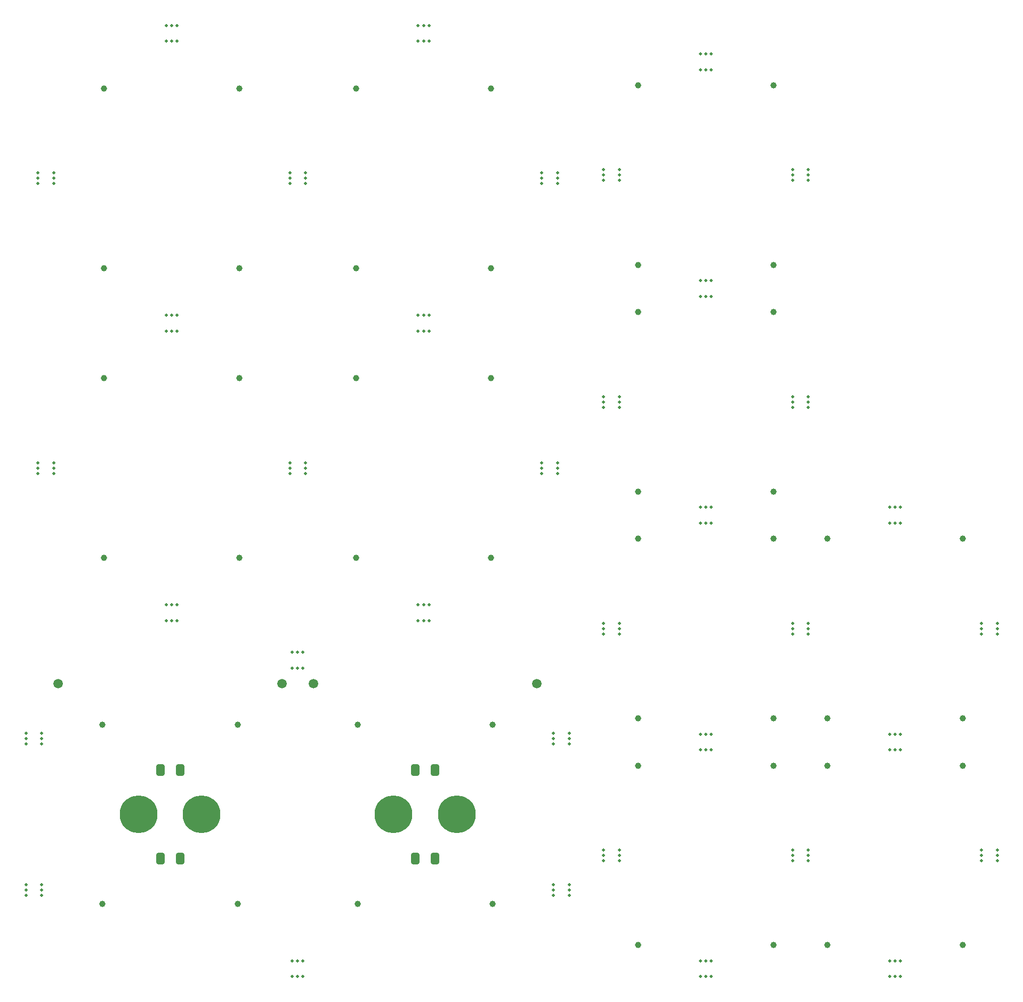
<source format=gbr>
%TF.GenerationSoftware,KiCad,Pcbnew,7.0.11+dfsg-1build4*%
%TF.CreationDate,2025-08-11T18:09:29+02:00*%
%TF.ProjectId,pendulum,70656e64-756c-4756-9d2e-6b696361645f,rev?*%
%TF.SameCoordinates,Original*%
%TF.FileFunction,Soldermask,Bot*%
%TF.FilePolarity,Negative*%
%FSLAX46Y46*%
G04 Gerber Fmt 4.6, Leading zero omitted, Abs format (unit mm)*
G04 Created by KiCad (PCBNEW 7.0.11+dfsg-1build4) date 2025-08-11 18:09:29*
%MOMM*%
%LPD*%
G01*
G04 APERTURE LIST*
G04 Aperture macros list*
%AMRoundRect*
0 Rectangle with rounded corners*
0 $1 Rounding radius*
0 $2 $3 $4 $5 $6 $7 $8 $9 X,Y pos of 4 corners*
0 Add a 4 corners polygon primitive as box body*
4,1,4,$2,$3,$4,$5,$6,$7,$8,$9,$2,$3,0*
0 Add four circle primitives for the rounded corners*
1,1,$1+$1,$2,$3*
1,1,$1+$1,$4,$5*
1,1,$1+$1,$6,$7*
1,1,$1+$1,$8,$9*
0 Add four rect primitives between the rounded corners*
20,1,$1+$1,$2,$3,$4,$5,0*
20,1,$1+$1,$4,$5,$6,$7,0*
20,1,$1+$1,$6,$7,$8,$9,0*
20,1,$1+$1,$8,$9,$2,$3,0*%
G04 Aperture macros list end*
%ADD10C,1.000000*%
%ADD11C,0.500000*%
%ADD12C,6.000000*%
%ADD13C,1.500000*%
%ADD14RoundRect,0.250000X0.412500X0.650000X-0.412500X0.650000X-0.412500X-0.650000X0.412500X-0.650000X0*%
%ADD15RoundRect,0.250000X-0.412500X-0.650000X0.412500X-0.650000X0.412500X0.650000X-0.412500X0.650000X0*%
G04 APERTURE END LIST*
D10*
%TO.C,M5*%
X175650000Y-112200000D03*
X175650000Y-140700000D03*
X197150000Y-112200000D03*
X197150000Y-140700000D03*
%TD*%
D11*
%TO.C,REF\u002A\u002A*%
X187250000Y-150700000D03*
X187250000Y-148200000D03*
X186400000Y-150700000D03*
X186400000Y-148200000D03*
X185550000Y-150700000D03*
X185550000Y-148200000D03*
%TD*%
D12*
%TO.C,D2*%
X191650000Y-181450000D03*
X181650000Y-181450000D03*
%TD*%
D11*
%TO.C,REF\u002A\u002A*%
X260400000Y-204700000D03*
X260400000Y-207200000D03*
X261250000Y-204700000D03*
X261250000Y-207200000D03*
X262100000Y-204700000D03*
X262100000Y-207200000D03*
%TD*%
%TO.C,REF\u002A\u002A*%
X123250000Y-194300000D03*
X125750000Y-194300000D03*
X123250000Y-193450000D03*
X125750000Y-193450000D03*
X123250000Y-192600000D03*
X125750000Y-192600000D03*
%TD*%
%TO.C,REF\u002A\u002A*%
X165150000Y-127300000D03*
X167650000Y-127300000D03*
X165150000Y-126450000D03*
X167650000Y-126450000D03*
X165150000Y-125600000D03*
X167650000Y-125600000D03*
%TD*%
D10*
%TO.C,M4*%
X220500000Y-137700000D03*
X220500000Y-166200000D03*
X242000000Y-137700000D03*
X242000000Y-166200000D03*
%TD*%
D11*
%TO.C,REF\u002A\u002A*%
X245000000Y-116800000D03*
X247500000Y-116800000D03*
X245000000Y-115950000D03*
X247500000Y-115950000D03*
X245000000Y-115100000D03*
X247500000Y-115100000D03*
%TD*%
%TO.C,REF\u002A\u002A*%
X165550000Y-204700000D03*
X165550000Y-207200000D03*
X166400000Y-204700000D03*
X166400000Y-207200000D03*
X167250000Y-204700000D03*
X167250000Y-207200000D03*
%TD*%
D12*
%TO.C,D1*%
X151150000Y-181450000D03*
X141150000Y-181450000D03*
%TD*%
D11*
%TO.C,REF\u002A\u002A*%
X260400000Y-132700000D03*
X260400000Y-135200000D03*
X261250000Y-132700000D03*
X261250000Y-135200000D03*
X262100000Y-132700000D03*
X262100000Y-135200000D03*
%TD*%
%TO.C,REF\u002A\u002A*%
X123250000Y-170300000D03*
X125750000Y-170300000D03*
X123250000Y-169450000D03*
X125750000Y-169450000D03*
X123250000Y-168600000D03*
X125750000Y-168600000D03*
%TD*%
%TO.C,REF\u002A\u002A*%
X230400000Y-96700000D03*
X230400000Y-99200000D03*
X231250000Y-96700000D03*
X231250000Y-99200000D03*
X232100000Y-96700000D03*
X232100000Y-99200000D03*
%TD*%
%TO.C,REF\u002A\u002A*%
X245000000Y-80800000D03*
X247500000Y-80800000D03*
X245000000Y-79950000D03*
X247500000Y-79950000D03*
X245000000Y-79100000D03*
X247500000Y-79100000D03*
%TD*%
%TO.C,REF\u002A\u002A*%
X275000000Y-152800000D03*
X277500000Y-152800000D03*
X275000000Y-151950000D03*
X277500000Y-151950000D03*
X275000000Y-151100000D03*
X277500000Y-151100000D03*
%TD*%
%TO.C,REF\u002A\u002A*%
X275000000Y-188800000D03*
X277500000Y-188800000D03*
X275000000Y-187950000D03*
X277500000Y-187950000D03*
X275000000Y-187100000D03*
X277500000Y-187100000D03*
%TD*%
%TO.C,REF\u002A\u002A*%
X230400000Y-168700000D03*
X230400000Y-171200000D03*
X231250000Y-168700000D03*
X231250000Y-171200000D03*
X232100000Y-168700000D03*
X232100000Y-171200000D03*
%TD*%
%TO.C,REF\u002A\u002A*%
X147250000Y-58700000D03*
X147250000Y-56200000D03*
X146400000Y-58700000D03*
X146400000Y-56200000D03*
X145550000Y-58700000D03*
X145550000Y-56200000D03*
%TD*%
%TO.C,REF\u002A\u002A*%
X209550000Y-192600000D03*
X207050000Y-192600000D03*
X209550000Y-193450000D03*
X207050000Y-193450000D03*
X209550000Y-194300000D03*
X207050000Y-194300000D03*
%TD*%
D10*
%TO.C,M10*%
X175650000Y-66200000D03*
X175650000Y-94700000D03*
X197150000Y-66200000D03*
X197150000Y-94700000D03*
%TD*%
%TO.C,M1*%
X135650000Y-112200000D03*
X135650000Y-140700000D03*
X157150000Y-112200000D03*
X157150000Y-140700000D03*
%TD*%
D11*
%TO.C,REF\u002A\u002A*%
X147250000Y-104700000D03*
X147250000Y-102200000D03*
X146400000Y-104700000D03*
X146400000Y-102200000D03*
X145550000Y-104700000D03*
X145550000Y-102200000D03*
%TD*%
%TO.C,REF\u002A\u002A*%
X215000000Y-80800000D03*
X217500000Y-80800000D03*
X215000000Y-79950000D03*
X217500000Y-79950000D03*
X215000000Y-79100000D03*
X217500000Y-79100000D03*
%TD*%
D10*
%TO.C,M2*%
X220500000Y-65700000D03*
X220500000Y-94200000D03*
X242000000Y-65700000D03*
X242000000Y-94200000D03*
%TD*%
D11*
%TO.C,REF\u002A\u002A*%
X230400000Y-132700000D03*
X230400000Y-135200000D03*
X231250000Y-132700000D03*
X231250000Y-135200000D03*
X232100000Y-132700000D03*
X232100000Y-135200000D03*
%TD*%
D10*
%TO.C,M8*%
X250500000Y-173700000D03*
X250500000Y-202200000D03*
X272000000Y-173700000D03*
X272000000Y-202200000D03*
%TD*%
%TO.C,M9*%
X220500000Y-173700000D03*
X220500000Y-202200000D03*
X242000000Y-173700000D03*
X242000000Y-202200000D03*
%TD*%
D11*
%TO.C,REF\u002A\u002A*%
X209550000Y-168600000D03*
X207050000Y-168600000D03*
X209550000Y-169450000D03*
X207050000Y-169450000D03*
X209550000Y-170300000D03*
X207050000Y-170300000D03*
%TD*%
%TO.C,REF\u002A\u002A*%
X125150000Y-81300000D03*
X127650000Y-81300000D03*
X125150000Y-80450000D03*
X127650000Y-80450000D03*
X125150000Y-79600000D03*
X127650000Y-79600000D03*
%TD*%
%TO.C,REF\u002A\u002A*%
X230400000Y-204700000D03*
X230400000Y-207200000D03*
X231250000Y-204700000D03*
X231250000Y-207200000D03*
X232100000Y-204700000D03*
X232100000Y-207200000D03*
%TD*%
%TO.C,REF\u002A\u002A*%
X165550000Y-155700000D03*
X165550000Y-158200000D03*
X166400000Y-155700000D03*
X166400000Y-158200000D03*
X167250000Y-155700000D03*
X167250000Y-158200000D03*
%TD*%
%TO.C,REF\u002A\u002A*%
X205150000Y-127300000D03*
X207650000Y-127300000D03*
X205150000Y-126450000D03*
X207650000Y-126450000D03*
X205150000Y-125600000D03*
X207650000Y-125600000D03*
%TD*%
D10*
%TO.C,M3*%
X250500000Y-137700000D03*
X250500000Y-166200000D03*
X272000000Y-137700000D03*
X272000000Y-166200000D03*
%TD*%
D11*
%TO.C,REF\u002A\u002A*%
X230400000Y-60700000D03*
X230400000Y-63200000D03*
X231250000Y-60700000D03*
X231250000Y-63200000D03*
X232100000Y-60700000D03*
X232100000Y-63200000D03*
%TD*%
%TO.C,REF\u002A\u002A*%
X260400000Y-168700000D03*
X260400000Y-171200000D03*
X261250000Y-168700000D03*
X261250000Y-171200000D03*
X262100000Y-168700000D03*
X262100000Y-171200000D03*
%TD*%
%TO.C,REF\u002A\u002A*%
X187250000Y-104700000D03*
X187250000Y-102200000D03*
X186400000Y-104700000D03*
X186400000Y-102200000D03*
X185550000Y-104700000D03*
X185550000Y-102200000D03*
%TD*%
%TO.C,REF\u002A\u002A*%
X215000000Y-152800000D03*
X217500000Y-152800000D03*
X215000000Y-151950000D03*
X217500000Y-151950000D03*
X215000000Y-151100000D03*
X217500000Y-151100000D03*
%TD*%
%TO.C,REF\u002A\u002A*%
X245000000Y-152800000D03*
X247500000Y-152800000D03*
X245000000Y-151950000D03*
X247500000Y-151950000D03*
X245000000Y-151100000D03*
X247500000Y-151100000D03*
%TD*%
D10*
%TO.C,M6*%
X135650000Y-66200000D03*
X135650000Y-94700000D03*
X157150000Y-66200000D03*
X157150000Y-94700000D03*
%TD*%
D11*
%TO.C,REF\u002A\u002A*%
X245000000Y-188800000D03*
X247500000Y-188800000D03*
X245000000Y-187950000D03*
X247500000Y-187950000D03*
X245000000Y-187100000D03*
X247500000Y-187100000D03*
%TD*%
%TO.C,REF\u002A\u002A*%
X215000000Y-188800000D03*
X217500000Y-188800000D03*
X215000000Y-187950000D03*
X217500000Y-187950000D03*
X215000000Y-187100000D03*
X217500000Y-187100000D03*
%TD*%
%TO.C,REF\u002A\u002A*%
X165150000Y-81300000D03*
X167650000Y-81300000D03*
X165150000Y-80450000D03*
X167650000Y-80450000D03*
X165150000Y-79600000D03*
X167650000Y-79600000D03*
%TD*%
%TO.C,REF\u002A\u002A*%
X205150000Y-81300000D03*
X207650000Y-81300000D03*
X205150000Y-80450000D03*
X207650000Y-80450000D03*
X205150000Y-79600000D03*
X207650000Y-79600000D03*
%TD*%
%TO.C,REF\u002A\u002A*%
X147250000Y-150700000D03*
X147250000Y-148200000D03*
X146400000Y-150700000D03*
X146400000Y-148200000D03*
X145550000Y-150700000D03*
X145550000Y-148200000D03*
%TD*%
%TO.C,REF\u002A\u002A*%
X215000000Y-116800000D03*
X217500000Y-116800000D03*
X215000000Y-115950000D03*
X217500000Y-115950000D03*
X215000000Y-115100000D03*
X217500000Y-115100000D03*
%TD*%
D10*
%TO.C,M7*%
X220500000Y-101700000D03*
X220500000Y-130200000D03*
X242000000Y-101700000D03*
X242000000Y-130200000D03*
%TD*%
D11*
%TO.C,REF\u002A\u002A*%
X125150000Y-127300000D03*
X127650000Y-127300000D03*
X125150000Y-126450000D03*
X127650000Y-126450000D03*
X125150000Y-125600000D03*
X127650000Y-125600000D03*
%TD*%
%TO.C,REF\u002A\u002A*%
X187250000Y-58700000D03*
X187250000Y-56200000D03*
X186400000Y-58700000D03*
X186400000Y-56200000D03*
X185550000Y-58700000D03*
X185550000Y-56200000D03*
%TD*%
D10*
%TO.C,L2*%
X156900000Y-167200000D03*
X156900000Y-195700000D03*
X135400000Y-167200000D03*
X135400000Y-195700000D03*
D13*
X163900000Y-160700000D03*
X128400000Y-160700000D03*
%TD*%
D14*
%TO.C,C2*%
X147712500Y-174450000D03*
X144587500Y-174450000D03*
%TD*%
%TO.C,C1*%
X147712500Y-188450000D03*
X144587500Y-188450000D03*
%TD*%
D15*
%TO.C,C4*%
X185087500Y-174450000D03*
X188212500Y-174450000D03*
%TD*%
D10*
%TO.C,L1*%
X197400000Y-167200000D03*
X197400000Y-195700000D03*
X175900000Y-167200000D03*
X175900000Y-195700000D03*
D13*
X204400000Y-160700000D03*
X168900000Y-160700000D03*
%TD*%
D15*
%TO.C,C3*%
X185087500Y-188450000D03*
X188212500Y-188450000D03*
%TD*%
M02*

</source>
